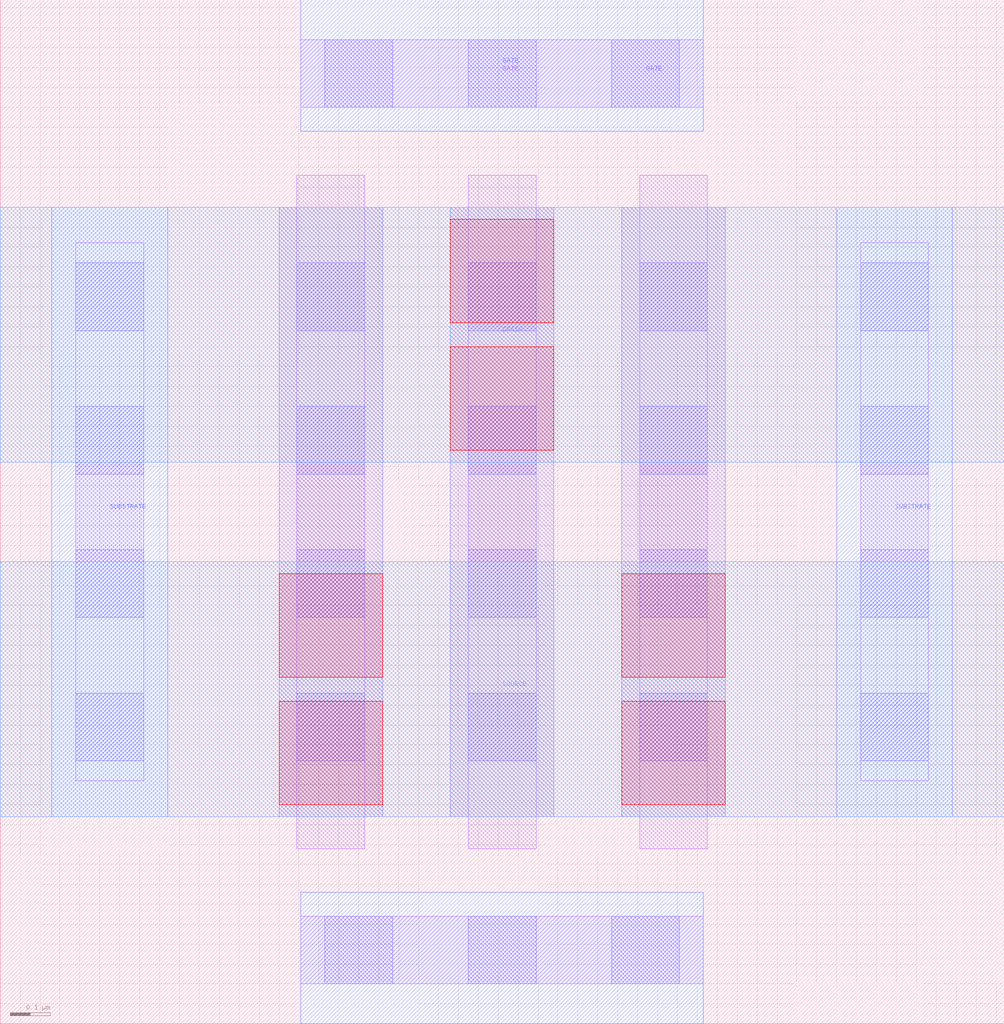
<source format=lef>
# Copyright 2020 The SkyWater PDK Authors
#
# Licensed under the Apache License, Version 2.0 (the "License");
# you may not use this file except in compliance with the License.
# You may obtain a copy of the License at
#
#     https://www.apache.org/licenses/LICENSE-2.0
#
# Unless required by applicable law or agreed to in writing, software
# distributed under the License is distributed on an "AS IS" BASIS,
# WITHOUT WARRANTIES OR CONDITIONS OF ANY KIND, either express or implied.
# See the License for the specific language governing permissions and
# limitations under the License.
#
# SPDX-License-Identifier: Apache-2.0

VERSION 5.7 ;
  NOWIREEXTENSIONATPIN ON ;
  DIVIDERCHAR "/" ;
  BUSBITCHARS "[]" ;
MACRO sky130_fd_pr__rf_nfet_01v8_aM02W1p65L0p15
  CLASS BLOCK ;
  FOREIGN sky130_fd_pr__rf_nfet_01v8_aM02W1p65L0p15 ;
  ORIGIN -0.050000 -0.050000 ;
  SIZE  2.520000 BY  2.570000 ;
  PIN DRAIN
    ANTENNADIFFAREA  0.462000 ;
    PORT
      LAYER met2 ;
        RECT 0.050000 1.460000 2.570000 2.100000 ;
    END
  END DRAIN
  PIN GATE
    ANTENNAGATEAREA  0.495000 ;
    PORT
      LAYER li1 ;
        RECT 0.805000 0.150000 1.815000 0.320000 ;
        RECT 0.805000 2.350000 1.815000 2.520000 ;
      LAYER mcon ;
        RECT 0.865000 0.150000 1.035000 0.320000 ;
        RECT 0.865000 2.350000 1.035000 2.520000 ;
        RECT 1.225000 0.150000 1.395000 0.320000 ;
        RECT 1.225000 2.350000 1.395000 2.520000 ;
        RECT 1.585000 0.150000 1.755000 0.320000 ;
        RECT 1.585000 2.350000 1.755000 2.520000 ;
    END
    PORT
      LAYER met1 ;
        RECT 0.805000 0.050000 1.815000 0.380000 ;
        RECT 0.805000 2.290000 1.815000 2.620000 ;
    END
  END GATE
  PIN SOURCE
    ANTENNADIFFAREA  0.924000 ;
    PORT
      LAYER met2 ;
        RECT 0.050000 0.570000 2.570000 1.210000 ;
    END
  END SOURCE
  PIN SUBSTRATE
    ANTENNADIFFAREA  0.478500 ;
    PORT
      LAYER met1 ;
        RECT 0.180000 0.570000 0.470000 2.100000 ;
    END
    PORT
      LAYER met1 ;
        RECT 2.150000 0.570000 2.440000 2.100000 ;
    END
  END SUBSTRATE
  OBS
    LAYER li1 ;
      RECT 0.240000 0.660000 0.410000 2.010000 ;
      RECT 0.795000 0.490000 0.965000 2.180000 ;
      RECT 1.225000 0.490000 1.395000 2.180000 ;
      RECT 1.655000 0.490000 1.825000 2.180000 ;
      RECT 2.210000 0.660000 2.380000 2.010000 ;
    LAYER mcon ;
      RECT 0.240000 0.710000 0.410000 0.880000 ;
      RECT 0.240000 1.070000 0.410000 1.240000 ;
      RECT 0.240000 1.430000 0.410000 1.600000 ;
      RECT 0.240000 1.790000 0.410000 1.960000 ;
      RECT 0.795000 0.710000 0.965000 0.880000 ;
      RECT 0.795000 1.070000 0.965000 1.240000 ;
      RECT 0.795000 1.430000 0.965000 1.600000 ;
      RECT 0.795000 1.790000 0.965000 1.960000 ;
      RECT 1.225000 0.710000 1.395000 0.880000 ;
      RECT 1.225000 1.070000 1.395000 1.240000 ;
      RECT 1.225000 1.430000 1.395000 1.600000 ;
      RECT 1.225000 1.790000 1.395000 1.960000 ;
      RECT 1.655000 0.710000 1.825000 0.880000 ;
      RECT 1.655000 1.070000 1.825000 1.240000 ;
      RECT 1.655000 1.430000 1.825000 1.600000 ;
      RECT 1.655000 1.790000 1.825000 1.960000 ;
      RECT 2.210000 0.710000 2.380000 0.880000 ;
      RECT 2.210000 1.070000 2.380000 1.240000 ;
      RECT 2.210000 1.430000 2.380000 1.600000 ;
      RECT 2.210000 1.790000 2.380000 1.960000 ;
    LAYER met1 ;
      RECT 0.750000 0.570000 1.010000 2.100000 ;
      RECT 1.180000 0.570000 1.440000 2.100000 ;
      RECT 1.610000 0.570000 1.870000 2.100000 ;
    LAYER via ;
      RECT 0.750000 0.600000 1.010000 0.860000 ;
      RECT 0.750000 0.920000 1.010000 1.180000 ;
      RECT 1.180000 1.490000 1.440000 1.750000 ;
      RECT 1.180000 1.810000 1.440000 2.070000 ;
      RECT 1.610000 0.600000 1.870000 0.860000 ;
      RECT 1.610000 0.920000 1.870000 1.180000 ;
  END
END sky130_fd_pr__rf_nfet_01v8_aM02W1p65L0p15
END LIBRARY

</source>
